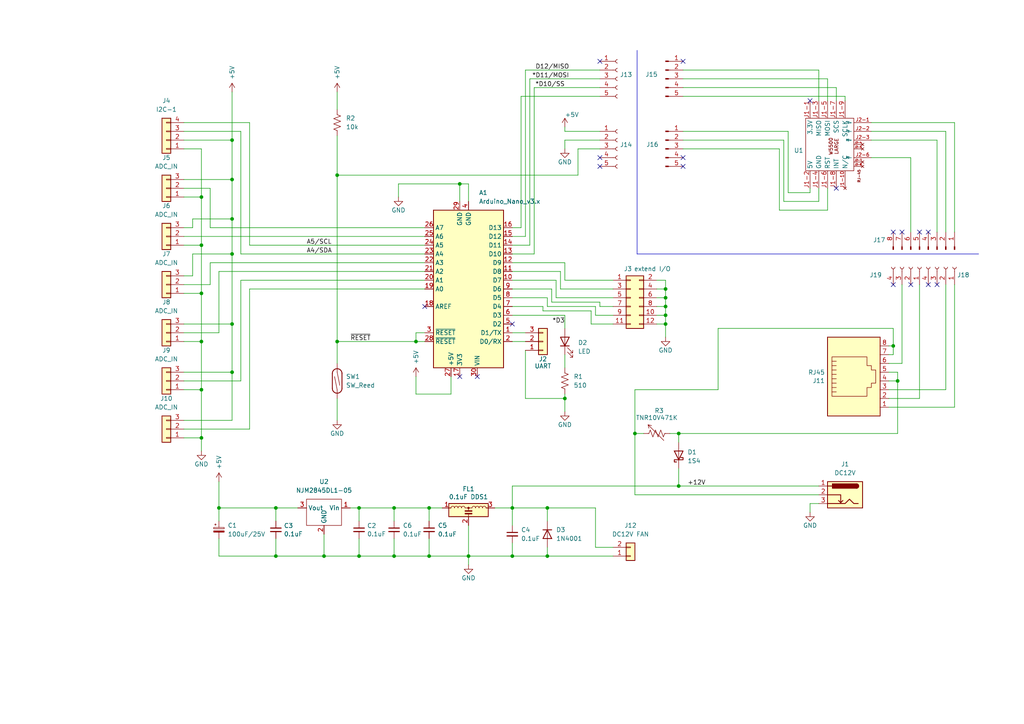
<source format=kicad_sch>
(kicad_sch (version 20231120) (generator "eeschema") (generator_version "8.0")
  (paper "A4")
  (title_block (title "M302N") (date "2025-02-26") (rev "0.01") (company "YS-Lab Masafumi Horimoto"))
  (lib_symbols
    (symbol "001-rescue:EMI_Filter_LCL-Device" (pin_names (offset 0.254) hide)
      (property "Reference" "FL" (at 0 6.985 0))
      (property "Value" "Device_EMI_Filter_LCL" (at 0 5.08 0))
      (symbol "EMI_Filter_LCL-Device_1_1"
        (pin passive line (at -7.62 2.54 0) (length 2.54) (name "1") (number "1"))
        (pin passive line (at 0 -2.54 90) (length 2.54) (name "2") (number "2"))
        (pin passive line (at 7.62 2.54 180) (length 2.54) (name "3") (number "3"))
      )
    )
    (symbol "Connector:Barrel_Jack_Switch_Pin3Ring" (pin_names hide)
      (property "Reference" "J" (at 0 5.334 0))
      (property "Value" "Barrel_Jack_Switch_Pin3Ring" (at 0 -5.08 0))
      (symbol "Barrel_Jack_Switch_Pin3Ring_1_1"
        (pin passive line (at 7.62 2.54 180) (length 2.54) (name "~") (number "1"))
        (pin passive line (at 7.62 0 180) (length 2.54) (name "~") (number "2"))
        (pin passive line (at 7.62 -2.54 180) (length 2.54) (name "~") (number "3"))
      )
    )
    (symbol "Connector:Conn_01x04_Socket" (pin_names (offset 1.016) hide)
      (property "Reference" "J" (at 0 5.08 0))
      (property "Value" "Conn_01x04_Socket" (at 0 -7.62 0))
      (symbol "Conn_01x04_Socket_1_1"
        (pin passive line (at -5.08 2.54 0) (length 3.81) (name "Pin_1") (number "1"))
        (pin passive line (at -5.08 0 0) (length 3.81) (name "Pin_2") (number "2"))
        (pin passive line (at -5.08 -2.54 0) (length 3.81) (name "Pin_3") (number "3"))
        (pin passive line (at -5.08 -5.08 0) (length 3.81) (name "Pin_4") (number "4"))
      )
    )
    (symbol "Connector:Conn_01x05_Pin" (pin_names (offset 1.016) hide)
      (property "Reference" "J" (at 0 7.62 0))
      (property "Value" "Conn_01x05_Pin" (at 0 -7.62 0))
      (symbol "Conn_01x05_Pin_1_1"
        (pin passive line (at 5.08 5.08 180) (length 3.81) (name "Pin_1") (number "1"))
        (pin passive line (at 5.08 2.54 180) (length 3.81) (name "Pin_2") (number "2"))
        (pin passive line (at 5.08 0 180) (length 3.81) (name "Pin_3") (number "3"))
        (pin passive line (at 5.08 -2.54 180) (length 3.81) (name "Pin_4") (number "4"))
        (pin passive line (at 5.08 -5.08 180) (length 3.81) (name "Pin_5") (number "5"))
      )
    )
    (symbol "Connector:Conn_01x05_Socket" (pin_names (offset 1.016) hide)
      (property "Reference" "J" (at 0 7.62 0))
      (property "Value" "Conn_01x05_Socket" (at 0 -7.62 0))
      (symbol "Conn_01x05_Socket_1_1"
        (pin passive line (at -5.08 5.08 0) (length 3.81) (name "Pin_1") (number "1"))
        (pin passive line (at -5.08 2.54 0) (length 3.81) (name "Pin_2") (number "2"))
        (pin passive line (at -5.08 0 0) (length 3.81) (name "Pin_3") (number "3"))
        (pin passive line (at -5.08 -2.54 0) (length 3.81) (name "Pin_4") (number "4"))
        (pin passive line (at -5.08 -5.08 0) (length 3.81) (name "Pin_5") (number "5"))
      )
    )
    (symbol "Connector:Conn_01x08_Pin" (pin_names (offset 1.016) hide)
      (property "Reference" "J" (at 0 10.16 0))
      (property "Value" "Conn_01x08_Pin" (at 0 -12.7 0))
      (symbol "Conn_01x08_Pin_1_1"
        (pin passive line (at 5.08 7.62 180) (length 3.81) (name "Pin_1") (number "1"))
        (pin passive line (at 5.08 5.08 180) (length 3.81) (name "Pin_2") (number "2"))
        (pin passive line (at 5.08 2.54 180) (length 3.81) (name "Pin_3") (number "3"))
        (pin passive line (at 5.08 0 180) (length 3.81) (name "Pin_4") (number "4"))
        (pin passive line (at 5.08 -2.54 180) (length 3.81) (name "Pin_5") (number "5"))
        (pin passive line (at 5.08 -5.08 180) (length 3.81) (name "Pin_6") (number "6"))
        (pin passive line (at 5.08 -7.62 180) (length 3.81) (name "Pin_7") (number "7"))
        (pin passive line (at 5.08 -10.16 180) (length 3.81) (name "Pin_8") (number "8"))
      )
    )
    (symbol "Connector:RJ45" (pin_names (offset 1.016))
      (property "Reference" "J" (at -5.08 13.97 0))
      (property "Value" "RJ45" (at 2.54 13.97 0))
      (symbol "RJ45_1_1"
        (pin passive line (at 10.16 -7.62 180) (length 2.54) (name "~") (number "1"))
        (pin passive line (at 10.16 -5.08 180) (length 2.54) (name "~") (number "2"))
        (pin passive line (at 10.16 -2.54 180) (length 2.54) (name "~") (number "3"))
        (pin passive line (at 10.16 0 180) (length 2.54) (name "~") (number "4"))
        (pin passive line (at 10.16 2.54 180) (length 2.54) (name "~") (number "5"))
        (pin passive line (at 10.16 5.08 180) (length 2.54) (name "~") (number "6"))
        (pin passive line (at 10.16 7.62 180) (length 2.54) (name "~") (number "7"))
        (pin passive line (at 10.16 10.16 180) (length 2.54) (name "~") (number "8"))
      )
    )
    (symbol "Connector_Generic:Conn_01x02" (pin_names (offset 1.016) hide)
      (property "Reference" "J" (at 0 2.54 0))
      (property "Value" "Conn_01x02" (at 0 -5.08 0))
      (symbol "Conn_01x02_1_1"
        (pin passive line (at -5.08 0 0) (length 3.81) (name "Pin_1") (number "1"))
        (pin passive line (at -5.08 -2.54 0) (length 3.81) (name "Pin_2") (number "2"))
      )
    )
    (symbol "Connector_Generic:Conn_01x03" (pin_names (offset 1.016) hide)
      (property "Reference" "J" (at 0 5.08 0))
      (property "Value" "Conn_01x03" (at 0 -5.08 0))
      (symbol "Conn_01x03_1_1"
        (pin passive line (at -5.08 2.54 0) (length 3.81) (name "Pin_1") (number "1"))
        (pin passive line (at -5.08 0 0) (length 3.81) (name "Pin_2") (number "2"))
        (pin passive line (at -5.08 -2.54 0) (length 3.81) (name "Pin_3") (number "3"))
      )
    )
    (symbol "Connector_Generic:Conn_01x04" (pin_names (offset 1.016) hide)
      (property "Reference" "J" (at 0 5.08 0))
      (property "Value" "Conn_01x04" (at 0 -7.62 0))
      (symbol "Conn_01x04_1_1"
        (pin passive line (at -5.08 2.54 0) (length 3.81) (name "Pin_1") (number "1"))
        (pin passive line (at -5.08 0 0) (length 3.81) (name "Pin_2") (number "2"))
        (pin passive line (at -5.08 -2.54 0) (length 3.81) (name "Pin_3") (number "3"))
        (pin passive line (at -5.08 -5.08 0) (length 3.81) (name "Pin_4") (number "4"))
      )
    )
    (symbol "Connector_Generic:Conn_02x06_Odd_Even" (pin_names (offset 1.016) hide)
      (property "Reference" "J" (at 1.27 7.62 0))
      (property "Value" "Conn_02x06_Odd_Even" (at 1.27 -10.16 0))
      (symbol "Conn_02x06_Odd_Even_1_1"
        (pin passive line (at -5.08 5.08 0) (length 3.81) (name "Pin_1") (number "1"))
        (pin passive line (at 7.62 -5.08 180) (length 3.81) (name "Pin_10") (number "10"))
        (pin passive line (at -5.08 -7.62 0) (length 3.81) (name "Pin_11") (number "11"))
        (pin passive line (at 7.62 -7.62 180) (length 3.81) (name "Pin_12") (number "12"))
        (pin passive line (at 7.62 5.08 180) (length 3.81) (name "Pin_2") (number "2"))
        (pin passive line (at -5.08 2.54 0) (length 3.81) (name "Pin_3") (number "3"))
        (pin passive line (at 7.62 2.54 180) (length 3.81) (name "Pin_4") (number "4"))
        (pin passive line (at -5.08 0 0) (length 3.81) (name "Pin_5") (number "5"))
        (pin passive line (at 7.62 0 180) (length 3.81) (name "Pin_6") (number "6"))
        (pin passive line (at -5.08 -2.54 0) (length 3.81) (name "Pin_7") (number "7"))
        (pin passive line (at 7.62 -2.54 180) (length 3.81) (name "Pin_8") (number "8"))
        (pin passive line (at -5.08 -5.08 0) (length 3.81) (name "Pin_9") (number "9"))
      )
    )
    (symbol "Device:C_Polarized_Small" (pin_numbers hide) (pin_names (offset 0.254) hide)
      (property "Reference" "C" (at 0.254 1.778 0))
      (property "Value" "C_Polarized_Small" (at 0.254 -2.032 0))
      (symbol "C_Polarized_Small_1_1"
        (pin passive line (at 0 2.54 270) (length 1.8542) (name "~") (number "1"))
        (pin passive line (at 0 -2.54 90) (length 1.8542) (name "~") (number "2"))
      )
    )
    (symbol "Device:C_Small" (pin_numbers hide) (pin_names (offset 0.254) hide)
      (property "Reference" "C" (at 0.254 1.778 0))
      (property "Value" "C_Small" (at 0.254 -2.032 0))
      (symbol "C_Small_1_1"
        (pin passive line (at 0 2.54 270) (length 2.032) (name "~") (number "1"))
        (pin passive line (at 0 -2.54 90) (length 2.032) (name "~") (number "2"))
      )
    )
    (symbol "Device:D_Schottky" (pin_numbers hide) (pin_names (offset 1.016) hide)
      (property "Reference" "D" (at 0 2.54 0))
      (property "Value" "D_Schottky" (at 0 -2.54 0))
      (symbol "D_Schottky_1_1"
        (pin passive line (at -3.81 0 0) (length 2.54) (name "K") (number "1"))
        (pin passive line (at 3.81 0 180) (length 2.54) (name "A") (number "2"))
      )
    )
    (symbol "Device:LED" (pin_numbers hide) (pin_names (offset 1.016) hide)
      (property "Reference" "D" (at 0 2.54 0))
      (property "Value" "LED" (at 0 -2.54 0))
      (symbol "LED_1_1"
        (pin passive line (at -3.81 0 0) (length 2.54) (name "K") (number "1"))
        (pin passive line (at 3.81 0 180) (length 2.54) (name "A") (number "2"))
      )
    )
    (symbol "Device:R_US" (pin_numbers hide) (pin_names (offset 0))
      (property "Reference" "R" (at 2.54 0 90))
      (property "Value" "R_US" (at -2.54 0 90))
      (symbol "R_US_1_1"
        (pin passive line (at 0 3.81 270) (length 1.27) (name "~") (number "1"))
        (pin passive line (at 0 -3.81 90) (length 1.27) (name "~") (number "2"))
      )
    )
    (symbol "Device:R_Variable_US" (pin_numbers hide) (pin_names (offset 0))
      (property "Reference" "R" (at 2.54 -2.54 90))
      (property "Value" "R_Variable_US" (at -2.54 -1.27 90))
      (symbol "R_Variable_US_1_1"
        (pin passive line (at 0 3.81 270) (length 1.27) (name "~") (number "1"))
        (pin passive line (at 0 -3.81 90) (length 1.27) (name "~") (number "2"))
      )
    )
    (symbol "Diode:1N4001" (pin_numbers hide) (pin_names hide)
      (property "Reference" "D" (at 0 2.54 0))
      (property "Value" "1N4001" (at 0 -2.54 0))
      (symbol "1N4001_1_1"
        (pin passive line (at -3.81 0 0) (length 2.54) (name "K") (number "1"))
        (pin passive line (at 3.81 0 180) (length 2.54) (name "A") (number "2"))
      )
    )
    (symbol "MCU_Module:Arduino_Nano_v3.x"
      (property "Reference" "A" (at -10.16 23.495 0))
      (property "Value" "Arduino_Nano_v3.x" (at 5.08 -24.13 0))
      (symbol "Arduino_Nano_v3.x_1_1"
        (pin bidirectional line (at -12.7 12.7 0) (length 2.54) (name "D1/TX") (number "1"))
        (pin bidirectional line (at -12.7 -2.54 0) (length 2.54) (name "D7") (number "10"))
        (pin bidirectional line (at -12.7 -5.08 0) (length 2.54) (name "D8") (number "11"))
        (pin bidirectional line (at -12.7 -7.62 0) (length 2.54) (name "D9") (number "12"))
        (pin bidirectional line (at -12.7 -10.16 0) (length 2.54) (name "D10") (number "13"))
        (pin bidirectional line (at -12.7 -12.7 0) (length 2.54) (name "D11") (number "14"))
        (pin bidirectional line (at -12.7 -15.24 0) (length 2.54) (name "D12") (number "15"))
        (pin bidirectional line (at -12.7 -17.78 0) (length 2.54) (name "D13") (number "16"))
        (pin power_out line (at 2.54 25.4 270) (length 2.54) (name "3V3") (number "17"))
        (pin input line (at 12.7 5.08 180) (length 2.54) (name "AREF") (number "18"))
        (pin bidirectional line (at 12.7 0 180) (length 2.54) (name "A0") (number "19"))
        (pin bidirectional line (at -12.7 15.24 0) (length 2.54) (name "D0/RX") (number "2"))
        (pin bidirectional line (at 12.7 -2.54 180) (length 2.54) (name "A1") (number "20"))
        (pin bidirectional line (at 12.7 -5.08 180) (length 2.54) (name "A2") (number "21"))
        (pin bidirectional line (at 12.7 -7.62 180) (length 2.54) (name "A3") (number "22"))
        (pin bidirectional line (at 12.7 -10.16 180) (length 2.54) (name "A4") (number "23"))
        (pin bidirectional line (at 12.7 -12.7 180) (length 2.54) (name "A5") (number "24"))
        (pin bidirectional line (at 12.7 -15.24 180) (length 2.54) (name "A6") (number "25"))
        (pin bidirectional line (at 12.7 -17.78 180) (length 2.54) (name "A7") (number "26"))
        (pin power_out line (at 5.08 25.4 270) (length 2.54) (name "+5V") (number "27"))
        (pin input line (at 12.7 15.24 180) (length 2.54) (name "~{RESET}") (number "28"))
        (pin power_in line (at 2.54 -25.4 90) (length 2.54) (name "GND") (number "29"))
        (pin input line (at 12.7 12.7 180) (length 2.54) (name "~{RESET}") (number "3"))
        (pin power_in line (at -2.54 25.4 270) (length 2.54) (name "VIN") (number "30"))
        (pin power_in line (at 0 -25.4 90) (length 2.54) (name "GND") (number "4"))
        (pin bidirectional line (at -12.7 10.16 0) (length 2.54) (name "D2") (number "5"))
        (pin bidirectional line (at -12.7 7.62 0) (length 2.54) (name "D3") (number "6"))
        (pin bidirectional line (at -12.7 5.08 0) (length 2.54) (name "D4") (number "7"))
        (pin bidirectional line (at -12.7 2.54 0) (length 2.54) (name "D5") (number "8"))
        (pin bidirectional line (at -12.7 0 0) (length 2.54) (name "D6") (number "9"))
      )
    )
    (symbol "Switch:SW_Reed" (pin_numbers hide) (pin_names (offset 0) hide)
      (property "Reference" "SW" (at 0 2.54 0))
      (property "Value" "SW_Reed" (at 0 -2.54 0))
      (symbol "SW_Reed_1_1"
        (pin passive line (at -5.08 0 0) (length 2.54) (name "1") (number "1"))
        (pin passive line (at 5.08 0 180) (length 2.54) (name "2") (number "2"))
      )
    )
    (symbol "holly:NJM2845DL1"
      (property "Reference" "U" (at 0 0 0))
      (property "Value" "NJM2845DL1" (at 0 0 0))
      (symbol "NJM2845DL1_1_1"
        (pin power_in line (at -7.62 -3.81 0) (length 2.54) (name "Vin") (number "1"))
        (pin bidirectional line (at 0 -11.43 90) (length 2.54) (name "GND") (number "2"))
        (pin power_out line (at 7.62 -3.81 180) (length 2.54) (name "Vout") (number "3"))
      )
    )
    (symbol "holly:W5500LARGE"
      (property "Reference" "U" (at 0 0 0))
      (symbol "W5500LARGE_1_1"
        (text "RJ-45" (at 9.144 -16.764 0) (effects (font (size 0.762 0.762))))
        (text "W5500\nLARGE" (at 0.508 -9.398 0) (effects (font (size 1.016 1.016))))
        (pin power_in line (at -12.7 -2.54 0) (length 5.08) (name "3.3V") (number "J1-1"))
        (pin no_connect line (at 12.7 -12.7 180) (length 5.08) (name "N/C") (number "J1-10"))
        (pin power_in line (at 12.7 -2.54 180) (length 5.08) (name "5V") (number "J1-2"))
        (pin free line (at -12.7 -5.08 0) (length 5.08) (name "MISO") (number "J1-3"))
        (pin free line (at 12.7 -5.08 180) (length 5.08) (name "GND") (number "J1-4"))
        (pin free line (at -12.7 -7.62 0) (length 5.08) (name "MOSI") (number "J1-5"))
        (pin free line (at 12.7 -7.62 180) (length 5.08) (name "RST") (number "J1-6"))
        (pin free line (at -12.7 -10.16 0) (length 5.08) (name "SCS") (number "J1-7"))
        (pin output line (at 12.7 -10.16 180) (length 5.08) (name "INT") (number "J1-8"))
        (pin free line (at -12.7 -12.7 0) (length 5.08) (name "SCLK") (number "J1-9"))
        (pin free line (at -6.35 -20.32 90) (length 5.08) (name "TD+") (number "J2-1"))
        (pin free line (at -3.81 -20.32 90) (length 5.08) (name "TD-") (number "J2-2"))
        (pin free line (at -1.27 -20.32 90) (length 5.08) (name "RD+") (number "J2-3"))
        (pin no_connect line (at 0 -17.78 90) (length 2.54) (name "") (number "J2-4"))
        (pin no_connect line (at 1.27 -17.78 90) (length 2.54) (name "") (number "J2-5"))
        (pin free line (at 3.81 -20.32 90) (length 5.08) (name "RD-") (number "J2-6"))
        (pin no_connect line (at 5.08 -17.78 90) (length 2.54) (name "") (number "J2-7"))
        (pin no_connect line (at 6.35 -17.78 90) (length 2.54) (name "") (number "J2-8"))
      )
    )
    (symbol "power:+5V" (power) (pin_names (offset 0))
      (property "Value" "+5V" (at 0 3.556 0))
      (symbol "+5V_1_1"
        (pin power_in line (at 0 0 90) (length 0) hide (name "+5V") (number "1"))
      )
    )
    (symbol "power:GND" (power) (pin_names (offset 0))
      (property "Value" "GND" (at 0 -3.81 0))
      (symbol "GND_1_1"
        (pin power_in line (at 0 0 270) (length 0) hide (name "GND") (number "1"))
      )
    )
  )
  (junction (at 193.04 93.98))
  (junction (at 93.98 161.29))
  (junction (at 120.65 99.06))
  (junction (at 135.89 161.29))
  (junction (at 67.31 40.64))
  (junction (at 80.01 161.29))
  (junction (at 58.42 71.12))
  (junction (at 158.75 147.32))
  (junction (at 184.15 125.73))
  (junction (at 148.59 147.32))
  (junction (at 196.85 125.73))
  (junction (at 80.01 147.32))
  (junction (at 133.35 53.34))
  (junction (at 158.75 161.29))
  (junction (at 67.31 52.07))
  (junction (at 104.14 161.29))
  (junction (at 67.31 63.5))
  (junction (at 58.42 127))
  (junction (at 196.85 140.97))
  (junction (at 67.31 73.66))
  (junction (at 148.59 161.29))
  (junction (at 193.04 86.36))
  (junction (at 97.79 50.8))
  (junction (at 58.42 113.03))
  (junction (at 114.3 147.32))
  (junction (at 260.35 110.49))
  (junction (at 97.79 99.06))
  (junction (at 67.31 93.98))
  (junction (at 114.3 161.29))
  (junction (at 58.42 99.06))
  (junction (at 193.04 88.9))
  (junction (at 67.31 107.95))
  (junction (at 58.42 85.09))
  (junction (at 63.5 147.32))
  (junction (at 259.08 100.33))
  (junction (at 104.14 147.32))
  (junction (at 163.83 115.57))
  (junction (at 58.42 57.15))
  (junction (at 193.04 83.82))
  (junction (at 124.46 147.32))
  (junction (at 124.46 161.29))
  (junction (at 193.04 91.44))
  (no_connect (at 133.35 109.22))
  (no_connect (at 269.24 82.55))
  (no_connect (at 173.99 45.72))
  (no_connect (at 261.62 67.31))
  (no_connect (at 198.12 45.72))
  (no_connect (at 259.08 67.31))
  (no_connect (at 173.99 48.26))
  (no_connect (at 123.19 88.9))
  (no_connect (at 173.99 17.78))
  (no_connect (at 138.43 109.22))
  (no_connect (at 148.59 93.98))
  (no_connect (at 234.95 29.21))
  (no_connect (at 242.57 54.61))
  (no_connect (at 198.12 48.26))
  (no_connect (at 271.78 82.55))
  (no_connect (at 266.7 67.31))
  (no_connect (at 264.16 82.55))
  (no_connect (at 198.12 17.78))
  (no_connect (at 259.08 82.55))
  (no_connect (at 269.24 67.31))
  (wire (pts (xy 264.16 45.72) (xy 252.73 45.72)))
  (wire (pts (xy 198.12 38.1) (xy 228.6 38.1)))
  (wire (pts (xy 135.89 161.29) (xy 135.89 163.83)))
  (wire (pts (xy 80.01 147.32) (xy 80.01 151.13)))
  (wire (pts (xy 151.13 66.04) (xy 148.59 66.04)))
  (wire (pts (xy 53.34 68.58) (xy 123.19 68.58)))
  (wire (pts (xy 160.02 87.63) (xy 173.99 87.63)))
  (wire (pts (xy 93.98 154.94) (xy 93.98 161.29)))
  (wire (pts (xy 151.13 66.04) (xy 151.13 27.94)))
  (wire (pts (xy 193.04 83.82) (xy 193.04 86.36)))
  (wire (pts (xy 53.34 82.55) (xy 60.96 82.55)))
  (wire (pts (xy 115.57 53.34) (xy 133.35 53.34)))
  (wire (pts (xy 163.83 114.3) (xy 163.83 115.57)))
  (wire (pts (xy 133.35 53.34) (xy 135.89 53.34)))
  (wire (pts (xy 154.94 73.66) (xy 154.94 25.4)))
  (wire (pts (xy 67.31 107.95) (xy 67.31 121.92)))
  (wire (pts (xy 172.72 88.9) (xy 172.72 91.44)))
  (wire (pts (xy 198.12 27.94) (xy 245.11 27.94)))
  (wire (pts (xy 154.94 25.4) (xy 173.99 25.4)))
  (wire (pts (xy 101.6 147.32) (xy 104.14 147.32)))
  (wire (pts (xy 198.12 25.4) (xy 242.57 25.4)))
  (wire (pts (xy 69.85 38.1) (xy 53.34 38.1)))
  (wire (pts (xy 158.75 88.9) (xy 172.72 88.9)))
  (wire (pts (xy 151.13 27.94) (xy 173.99 27.94)))
  (wire (pts (xy 252.73 40.64) (xy 271.78 40.64)))
  (wire (pts (xy 259.08 100.33) (xy 259.08 102.87)))
  (wire (pts (xy 135.89 152.4) (xy 135.89 161.29)))
  (wire (pts (xy 173.99 87.63) (xy 173.99 88.9)))
  (wire (pts (xy 271.78 40.64) (xy 271.78 67.31)))
  (wire (pts (xy 152.4 101.6) (xy 152.4 115.57)))
  (wire (pts (xy 227.33 58.42) (xy 227.33 40.64)))
  (wire (pts (xy 60.96 66.04) (xy 123.19 66.04)))
  (wire (pts (xy 261.62 82.55) (xy 261.62 105.41)))
  (polyline (pts (xy 184.785 73.66) (xy 283.845 73.66)))
  (wire (pts (xy 115.57 57.15) (xy 115.57 53.34)))
  (wire (pts (xy 114.3 161.29) (xy 124.46 161.29)))
  (wire (pts (xy 53.34 110.49) (xy 69.85 110.49)))
  (wire (pts (xy 114.3 156.21) (xy 114.3 161.29)))
  (wire (pts (xy 72.39 35.56) (xy 72.39 71.12)))
  (wire (pts (xy 104.14 161.29) (xy 93.98 161.29)))
  (wire (pts (xy 193.04 91.44) (xy 193.04 93.98)))
  (wire (pts (xy 133.35 53.34) (xy 133.35 58.42)))
  (wire (pts (xy 97.79 115.57) (xy 97.79 121.92)))
  (wire (pts (xy 148.59 157.48) (xy 148.59 161.29)))
  (wire (pts (xy 252.73 35.56) (xy 276.86 35.56)))
  (wire (pts (xy 123.19 96.52) (xy 120.65 96.52)))
  (wire (pts (xy 261.62 105.41) (xy 257.81 105.41)))
  (wire (pts (xy 97.79 26.67) (xy 97.79 31.75)))
  (wire (pts (xy 67.31 40.64) (xy 67.31 26.67)))
  (wire (pts (xy 148.59 73.66) (xy 154.94 73.66)))
  (wire (pts (xy 53.34 40.64) (xy 67.31 40.64)))
  (wire (pts (xy 158.75 161.29) (xy 177.8 161.29)))
  (wire (pts (xy 163.83 38.1) (xy 173.99 38.1)))
  (wire (pts (xy 60.96 82.55) (xy 60.96 76.2)))
  (wire (pts (xy 104.14 161.29) (xy 114.3 161.29)))
  (wire (pts (xy 240.03 54.61) (xy 240.03 60.96)))
  (wire (pts (xy 173.99 40.64) (xy 163.83 40.64)))
  (wire (pts (xy 53.34 57.15) (xy 58.42 57.15)))
  (wire (pts (xy 58.42 71.12) (xy 58.42 85.09)))
  (wire (pts (xy 55.88 80.01) (xy 55.88 73.66)))
  (wire (pts (xy 124.46 147.32) (xy 128.27 147.32)))
  (wire (pts (xy 53.34 85.09) (xy 58.42 85.09)))
  (wire (pts (xy 53.34 124.46) (xy 72.39 124.46)))
  (wire (pts (xy 158.75 147.32) (xy 158.75 151.13)))
  (wire (pts (xy 234.95 55.88) (xy 234.95 54.61)))
  (wire (pts (xy 148.59 86.36) (xy 158.75 86.36)))
  (wire (pts (xy 237.49 54.61) (xy 237.49 58.42)))
  (wire (pts (xy 237.49 29.21) (xy 237.49 20.32)))
  (wire (pts (xy 53.34 71.12) (xy 58.42 71.12)))
  (wire (pts (xy 163.83 102.87) (xy 163.83 106.68)))
  (wire (pts (xy 148.59 88.9) (xy 157.48 88.9)))
  (wire (pts (xy 162.56 78.74) (xy 162.56 83.82)))
  (wire (pts (xy 58.42 127) (xy 58.42 130.81)))
  (wire (pts (xy 80.01 147.32) (xy 63.5 147.32)))
  (wire (pts (xy 173.99 43.18) (xy 167.64 43.18)))
  (wire (pts (xy 148.59 76.2) (xy 163.83 76.2)))
  (wire (pts (xy 226.06 43.18) (xy 226.06 60.96)))
  (wire (pts (xy 97.79 99.06) (xy 120.65 99.06)))
  (wire (pts (xy 60.96 76.2) (xy 123.19 76.2)))
  (wire (pts (xy 53.34 113.03) (xy 58.42 113.03)))
  (wire (pts (xy 274.32 113.03) (xy 274.32 82.55)))
  (wire (pts (xy 237.49 58.42) (xy 227.33 58.42)))
  (wire (pts (xy 158.75 158.75) (xy 158.75 161.29)))
  (wire (pts (xy 194.31 125.73) (xy 196.85 125.73)))
  (wire (pts (xy 86.36 147.32) (xy 80.01 147.32)))
  (wire (pts (xy 148.59 99.06) (xy 152.4 99.06)))
  (wire (pts (xy 53.34 80.01) (xy 55.88 80.01)))
  (wire (pts (xy 120.65 99.06) (xy 123.19 99.06)))
  (wire (pts (xy 55.88 63.5) (xy 67.31 63.5)))
  (wire (pts (xy 153.67 71.12) (xy 153.67 22.86)))
  (wire (pts (xy 135.89 53.34) (xy 135.89 58.42)))
  (wire (pts (xy 104.14 147.32) (xy 104.14 151.13)))
  (wire (pts (xy 172.72 147.32) (xy 172.72 158.75)))
  (wire (pts (xy 227.33 40.64) (xy 198.12 40.64)))
  (wire (pts (xy 242.57 25.4) (xy 242.57 29.21)))
  (wire (pts (xy 69.85 81.28) (xy 123.19 81.28)))
  (wire (pts (xy 69.85 110.49) (xy 69.85 81.28)))
  (wire (pts (xy 259.08 102.87) (xy 257.81 102.87)))
  (wire (pts (xy 171.45 93.98) (xy 177.8 93.98)))
  (wire (pts (xy 266.7 115.57) (xy 266.7 82.55)))
  (wire (pts (xy 63.5 161.29) (xy 80.01 161.29)))
  (wire (pts (xy 72.39 124.46) (xy 72.39 83.82)))
  (wire (pts (xy 67.31 52.07) (xy 67.31 63.5)))
  (wire (pts (xy 130.81 114.3) (xy 130.81 109.22)))
  (wire (pts (xy 234.95 146.05) (xy 234.95 148.59)))
  (wire (pts (xy 55.88 66.04) (xy 55.88 63.5)))
  (wire (pts (xy 228.6 55.88) (xy 234.95 55.88)))
  (wire (pts (xy 143.51 147.32) (xy 148.59 147.32)))
  (wire (pts (xy 120.65 114.3) (xy 120.65 109.22)))
  (wire (pts (xy 163.83 38.1) (xy 163.83 36.83)))
  (wire (pts (xy 259.08 95.25) (xy 208.28 95.25)))
  (wire (pts (xy 196.85 125.73) (xy 196.85 128.27)))
  (wire (pts (xy 120.65 96.52) (xy 120.65 99.06)))
  (wire (pts (xy 58.42 57.15) (xy 58.42 71.12)))
  (wire (pts (xy 184.15 113.03) (xy 184.15 125.73)))
  (wire (pts (xy 148.59 161.29) (xy 158.75 161.29)))
  (wire (pts (xy 196.85 135.89) (xy 196.85 140.97)))
  (polyline (pts (xy 184.785 14.605) (xy 184.785 73.66)))
  (wire (pts (xy 53.34 43.18) (xy 58.42 43.18)))
  (wire (pts (xy 163.83 91.44) (xy 163.83 95.25)))
  (wire (pts (xy 124.46 147.32) (xy 124.46 151.13)))
  (wire (pts (xy 193.04 86.36) (xy 193.04 88.9)))
  (wire (pts (xy 58.42 127) (xy 53.34 127)))
  (wire (pts (xy 163.83 40.64) (xy 163.83 43.18)))
  (wire (pts (xy 124.46 156.21) (xy 124.46 161.29)))
  (wire (pts (xy 276.86 118.11) (xy 257.81 118.11)))
  (wire (pts (xy 60.96 54.61) (xy 60.96 66.04)))
  (wire (pts (xy 161.29 81.28) (xy 161.29 86.36)))
  (wire (pts (xy 237.49 146.05) (xy 234.95 146.05)))
  (wire (pts (xy 114.3 147.32) (xy 104.14 147.32)))
  (wire (pts (xy 240.03 22.86) (xy 240.03 29.21)))
  (wire (pts (xy 67.31 40.64) (xy 67.31 52.07)))
  (wire (pts (xy 257.81 100.33) (xy 259.08 100.33)))
  (wire (pts (xy 184.15 125.73) (xy 184.15 143.51)))
  (wire (pts (xy 226.06 43.18) (xy 198.12 43.18)))
  (wire (pts (xy 163.83 81.28) (xy 177.8 81.28)))
  (wire (pts (xy 153.67 22.86) (xy 173.99 22.86)))
  (wire (pts (xy 67.31 73.66) (xy 67.31 93.98)))
  (wire (pts (xy 148.59 147.32) (xy 158.75 147.32)))
  (wire (pts (xy 173.99 88.9) (xy 177.8 88.9)))
  (wire (pts (xy 259.08 95.25) (xy 259.08 100.33)))
  (wire (pts (xy 80.01 161.29) (xy 80.01 156.21)))
  (wire (pts (xy 163.83 76.2) (xy 163.83 81.28)))
  (wire (pts (xy 53.34 96.52) (xy 63.5 96.52)))
  (wire (pts (xy 124.46 161.29) (xy 135.89 161.29)))
  (wire (pts (xy 53.34 99.06) (xy 58.42 99.06)))
  (wire (pts (xy 63.5 156.21) (xy 63.5 161.29)))
  (wire (pts (xy 148.59 83.82) (xy 160.02 83.82)))
  (wire (pts (xy 97.79 50.8) (xy 167.64 50.8)))
  (wire (pts (xy 69.85 38.1) (xy 69.85 73.66)))
  (wire (pts (xy 171.45 90.17) (xy 171.45 93.98)))
  (wire (pts (xy 193.04 88.9) (xy 193.04 91.44)))
  (wire (pts (xy 114.3 147.32) (xy 114.3 151.13)))
  (wire (pts (xy 157.48 88.9) (xy 157.48 90.17)))
  (wire (pts (xy 257.81 115.57) (xy 266.7 115.57)))
  (wire (pts (xy 257.81 113.03) (xy 274.32 113.03)))
  (wire (pts (xy 148.59 91.44) (xy 163.83 91.44)))
  (wire (pts (xy 240.03 22.86) (xy 198.12 22.86)))
  (wire (pts (xy 63.5 147.32) (xy 63.5 151.13)))
  (wire (pts (xy 114.3 147.32) (xy 124.46 147.32)))
  (wire (pts (xy 260.35 110.49) (xy 260.35 107.95)))
  (wire (pts (xy 184.15 113.03) (xy 208.28 113.03)))
  (wire (pts (xy 237.49 20.32) (xy 198.12 20.32)))
  (wire (pts (xy 97.79 39.37) (xy 97.79 50.8)))
  (wire (pts (xy 184.15 143.51) (xy 237.49 143.51)))
  (wire (pts (xy 104.14 156.21) (xy 104.14 161.29)))
  (wire (pts (xy 172.72 91.44) (xy 177.8 91.44)))
  (wire (pts (xy 53.34 52.07) (xy 67.31 52.07)))
  (wire (pts (xy 245.11 27.94) (xy 245.11 29.21)))
  (wire (pts (xy 152.4 115.57) (xy 163.83 115.57)))
  (wire (pts (xy 58.42 43.18) (xy 58.42 57.15)))
  (wire (pts (xy 58.42 113.03) (xy 58.42 127)))
  (wire (pts (xy 63.5 139.7) (xy 63.5 147.32)))
  (wire (pts (xy 228.6 38.1) (xy 228.6 55.88)))
  (wire (pts (xy 152.4 20.32) (xy 173.99 20.32)))
  (wire (pts (xy 226.06 60.96) (xy 240.03 60.96)))
  (wire (pts (xy 208.28 95.25) (xy 208.28 113.03)))
  (wire (pts (xy 97.79 99.06) (xy 97.79 50.8)))
  (wire (pts (xy 196.85 140.97) (xy 148.59 140.97)))
  (wire (pts (xy 58.42 85.09) (xy 58.42 99.06)))
  (wire (pts (xy 190.5 91.44) (xy 193.04 91.44)))
  (wire (pts (xy 67.31 93.98) (xy 67.31 107.95)))
  (wire (pts (xy 157.48 90.17) (xy 171.45 90.17)))
  (wire (pts (xy 257.81 110.49) (xy 260.35 110.49)))
  (wire (pts (xy 67.31 63.5) (xy 67.31 73.66)))
  (wire (pts (xy 58.42 99.06) (xy 58.42 113.03)))
  (wire (pts (xy 148.59 140.97) (xy 148.59 147.32)))
  (wire (pts (xy 196.85 125.73) (xy 260.35 125.73)))
  (wire (pts (xy 163.83 115.57) (xy 163.83 119.38)))
  (wire (pts (xy 152.4 68.58) (xy 152.4 20.32)))
  (wire (pts (xy 148.59 68.58) (xy 152.4 68.58)))
  (wire (pts (xy 55.88 73.66) (xy 67.31 73.66)))
  (wire (pts (xy 276.86 35.56) (xy 276.86 67.31)))
  (wire (pts (xy 53.34 66.04) (xy 55.88 66.04)))
  (wire (pts (xy 97.79 99.06) (xy 97.79 105.41)))
  (wire (pts (xy 257.81 107.95) (xy 260.35 107.95)))
  (wire (pts (xy 69.85 73.66) (xy 123.19 73.66)))
  (wire (pts (xy 53.34 93.98) (xy 67.31 93.98)))
  (wire (pts (xy 190.5 81.28) (xy 193.04 81.28)))
  (wire (pts (xy 274.32 38.1) (xy 252.73 38.1)))
  (wire (pts (xy 148.59 78.74) (xy 162.56 78.74)))
  (wire (pts (xy 190.5 86.36) (xy 193.04 86.36)))
  (wire (pts (xy 264.16 67.31) (xy 264.16 45.72)))
  (wire (pts (xy 72.39 83.82) (xy 123.19 83.82)))
  (wire (pts (xy 135.89 161.29) (xy 148.59 161.29)))
  (wire (pts (xy 190.5 88.9) (xy 193.04 88.9)))
  (wire (pts (xy 190.5 83.82) (xy 193.04 83.82)))
  (wire (pts (xy 72.39 35.56) (xy 53.34 35.56)))
  (wire (pts (xy 193.04 93.98) (xy 193.04 97.79)))
  (wire (pts (xy 276.86 82.55) (xy 276.86 118.11)))
  (wire (pts (xy 53.34 107.95) (xy 67.31 107.95)))
  (wire (pts (xy 130.81 114.3) (xy 120.65 114.3)))
  (wire (pts (xy 160.02 83.82) (xy 160.02 87.63)))
  (wire (pts (xy 274.32 67.31) (xy 274.32 38.1)))
  (wire (pts (xy 158.75 86.36) (xy 158.75 88.9)))
  (wire (pts (xy 167.64 43.18) (xy 167.64 50.8)))
  (wire (pts (xy 148.59 147.32) (xy 148.59 152.4)))
  (wire (pts (xy 72.39 71.12) (xy 123.19 71.12)))
  (wire (pts (xy 158.75 147.32) (xy 172.72 147.32)))
  (wire (pts (xy 161.29 86.36) (xy 177.8 86.36)))
  (wire (pts (xy 148.59 81.28) (xy 161.29 81.28)))
  (wire (pts (xy 193.04 81.28) (xy 193.04 83.82)))
  (wire (pts (xy 53.34 54.61) (xy 60.96 54.61)))
  (wire (pts (xy 184.15 125.73) (xy 186.69 125.73)))
  (wire (pts (xy 260.35 125.73) (xy 260.35 110.49)))
  (wire (pts (xy 80.01 161.29) (xy 93.98 161.29)))
  (wire (pts (xy 190.5 93.98) (xy 193.04 93.98)))
  (wire (pts (xy 53.34 121.92) (xy 67.31 121.92)))
  (wire (pts (xy 172.72 158.75) (xy 177.8 158.75)))
  (wire (pts (xy 148.59 96.52) (xy 152.4 96.52)))
  (wire (pts (xy 196.85 140.97) (xy 237.49 140.97)))
  (wire (pts (xy 63.5 78.74) (xy 123.19 78.74)))
  (wire (pts (xy 63.5 96.52) (xy 63.5 78.74)))
  (wire (pts (xy 162.56 83.82) (xy 177.8 83.82)))
  (wire (pts (xy 148.59 71.12) (xy 153.67 71.12)))
  (label "+12V" (at 199.39 140.97 0))
  (label "*D11{slash}MOSI" (at 165.1 22.86 180))
  (label "A4{slash}SDA" (at 88.9 73.66 0))
  (label "A5{slash}SCL" (at 88.9 71.12 0))
  (label "~{RESET}" (at 101.6 99.06 0))
  (label "*D3" (at 163.83 93.98 180))
  (label "*D10{slash}SS" (at 163.83 25.4 180))
  (label "D12{slash}MISO" (at 165.1 20.32 180))
  (symbol (lib_id "Device:LED") (at 163.83 99.06 90) (unit 1)
    (property "Reference" "D2" (at 167.64 99.3774 90) (effects (justify right)))
    (property "Value" "LED" (at 167.64 101.9174 90) (effects (justify right)))
    (property "Footprint" "LED_THT:LED_D3.0mm" (effects (hide yes)))
    (property "Description" "Light emitting diode" (effects (hide yes)))
  )
  (symbol (lib_id "Connector:Conn_01x05_Socket") (at 179.07 22.86 0) (unit 1)
    (property "Reference" "J13" (at 179.7812 21.6478 0) (effects (justify left)))
    (property "Value" "Conn_01x05_Socket" (effects (hide yes)))
    (property "Footprint" "Connector_PinSocket_2.54mm:PinSocket_1x05_P2.54mm_Vertical" (effects (hide yes)))
    (property "Description" "Generic connector, single row, 01x05, script generated" (effects (hide yes)))
  )
  (symbol (lib_id "Device:D_Schottky") (at 196.85 132.08 90) (unit 1)
    (property "Reference" "D1" (at 199.39 131.1274 90) (effects (justify right)))
    (property "Value" "1S4" (at 199.39 133.6674 90) (effects (justify right)))
    (property "Footprint" "Resistor_THT:R_Axial_DIN0204_L3.6mm_D1.6mm_P5.08mm_Horizontal" (effects (hide yes)))
    (property "Description" "Schottky diode" (effects (hide yes)))
  )
  (symbol (lib_id "Connector:Conn_01x05_Pin") (at 193.04 43.18 0) (unit 1) (on_board no)
    (property "Reference" "J16" (at 189.23 41.91 0))
    (property "Value" "Conn_01x05_Pin" (effects (hide yes)))
    (property "Description" "Generic connector, single row, 01x05, script generated" (effects (hide yes)))
  )
  (symbol (lib_id "power:GND") (at 163.83 43.18 0) (unit 1)
    (property "Reference" "#PWR107" (effects (hide yes)))
    (property "Value" "GND" (at 163.83 46.99 0))
  )
  (symbol (lib_id "power:GND") (at 163.83 119.38 0) (unit 1)
    (property "Reference" "#PWR2" (effects (hide yes)))
    (property "Value" "GND" (at 163.83 123.19 0))
  )
  (symbol (lib_id "Connector_Generic:Conn_01x03") (at 48.26 54.61 180) (unit 1)
    (property "Reference" "J5" (at 48.26 45.72 0))
    (property "Value" "ADC_IN" (at 48.26 48.26 0))
    (property "Footprint" "Connector_JST:JST_XH_S3B-XH-A_1x03_P2.50mm_Horizontal" (effects (hide yes)))
    (property "Description" "Generic connector, single row, 01x03, script generated (kicad-library-utils/schlib/autogen/connector/)" (effects (hide yes)))
  )
  (symbol (lib_id "Connector_Generic:Conn_01x03") (at 48.26 82.55 180) (unit 1) (on_board no)
    (property "Reference" "J7" (at 48.26 73.66 0))
    (property "Value" "ADC_IN" (at 48.26 76.2 0))
    (property "Footprint" "Connector_JST:JST_XH_B3B-XH-A_1x03_P2.50mm_Vertical" (effects (hide yes)))
    (property "Description" "Generic connector, single row, 01x03, script generated (kicad-library-utils/schlib/autogen/connector/)" (effects (hide yes)))
  )
  (symbol (lib_id "power:GND") (at 135.89 163.83 0) (unit 1)
    (property "Reference" "#PWR115" (effects (hide yes)))
    (property "Value" "GND" (at 135.89 167.64 0))
  )
  (symbol (lib_id "Device:R_Variable_US") (at 190.5 125.73 90) (unit 1)
    (property "Reference" "R3" (at 192.532 119.126 90) (effects (justify left)))
    (property "Value" "TNR10V471K" (at 196.596 121.158 90) (effects (justify left)))
    (property "Footprint" "Varistor:RV_Disc_D12mm_W3.9mm_P7.5mm" (effects (hide yes)))
    (property "Description" "Variable resistor, US symbol" (effects (hide yes)))
  )
  (symbol (lib_id "power:+5V") (at 163.83 36.83 0) (unit 1)
    (property "Reference" "#PWR106" (effects (hide yes)))
    (property "Value" "+5V" (at 163.83 33.274 0) (effects (justify left)))
  )
  (symbol (lib_id "Device:C_Polarized_Small") (at 63.5 153.67 0) (unit 1)
    (property "Reference" "C1" (at 66.04 152.4 0) (effects (justify left)))
    (property "Value" "100uF/25V" (at 66.04 154.94 0) (effects (justify left)))
    (property "Footprint" "Capacitor_THT:C_Radial_D5.0mm_H11.0mm_P2.00mm" (effects (hide yes)))
    (property "Description" "Polarized capacitor, small symbol" (effects (hide yes)))
  )
  (symbol (lib_id "Connector:Conn_01x08_Pin") (at 269.24 72.39 270) (mirror x) (unit 1) (on_board no)
    (property "Reference" "J17" (at 255.016 69.596 90))
    (property "Value" "Conn_01x08_Pin" (effects (hide yes)))
    (property "Description" "Generic connector, single row, 01x08, script generated" (effects (hide yes)))
  )
  (symbol (lib_id "Switch:SW_Reed") (at 97.79 110.49 90) (unit 1)
    (property "Reference" "SW1" (at 100.33 109.2199 90) (effects (justify right)))
    (property "Value" "SW_Reed" (at 100.33 111.7599 90) (effects (justify right)))
    (property "Footprint" "HOLLY:REED_SW" (effects (hide yes)))
    (property "Description" "reed switch" (effects (hide yes)))
  )
  (symbol (lib_id "Device:C_Small") (at 104.14 153.67 0) (unit 1)
    (property "Reference" "C2" (at 106.4641 152.4641 0) (effects (justify left)))
    (property "Value" "0.1uF" (at 106.4641 154.8884 0) (effects (justify left)))
    (property "Footprint" "Capacitor_THT:C_Disc_D4.3mm_W1.9mm_P5.00mm" (effects (hide yes)))
    (property "Description" "Unpolarized capacitor, small symbol" (effects (hide yes)))
  )
  (symbol (lib_id "power:+5V") (at 120.65 109.22 0) (unit 1)
    (property "Reference" "#PWR0103" (effects (hide yes)))
    (property "Value" "+5V" (at 120.65 105.664 90) (effects (justify left)))
  )
  (symbol (lib_id "Device:R_US") (at 97.79 35.56 0) (unit 1)
    (property "Reference" "R2" (at 100.33 34.2899 0) (effects (justify left)))
    (property "Value" "10k" (at 100.33 36.8299 0) (effects (justify left)))
    (property "Footprint" "Resistor_THT:R_Axial_DIN0207_L6.3mm_D2.5mm_P7.62mm_Horizontal" (effects (hide yes)))
    (property "Description" "Resistor, US symbol" (effects (hide yes)))
  )
  (symbol (lib_id "Connector_Generic:Conn_01x03") (at 157.48 99.06 0) (mirror x) (unit 1)
    (property "Reference" "J2" (at 157.48 104.14 0))
    (property "Value" "UART" (at 157.48 106.172 0))
    (property "Footprint" "Connector_PinHeader_2.54mm:PinHeader_1x03_P2.54mm_Vertical" (effects (hide yes)))
    (property "Description" "Generic connector, single row, 01x03, script generated (kicad-library-utils/schlib/autogen/connector/)" (effects (hide yes)))
  )
  (symbol (lib_id "power:GND") (at 234.95 148.59 0) (unit 1)
    (property "Reference" "#PWR114" (effects (hide yes)))
    (property "Value" "GND" (at 234.95 152.4 0))
  )
  (symbol (lib_id "Connector_Generic:Conn_01x03") (at 48.26 124.46 180) (unit 1)
    (property "Reference" "J10" (at 48.26 115.57 0))
    (property "Value" "ADC_IN" (at 48.26 118.11 0))
    (property "Footprint" "Connector_JST:JST_XH_B3B-XH-A_1x03_P2.50mm_Vertical" (effects (hide yes)))
    (property "Description" "Generic connector, single row, 01x03, script generated (kicad-library-utils/schlib/autogen/connector/)" (effects (hide yes)))
  )
  (symbol (lib_id "Connector_Generic:Conn_01x02") (at 182.88 161.29 0) (mirror x) (unit 1)
    (property "Reference" "J12" (at 182.88 152.4 0))
    (property "Value" "DC12V FAN" (at 182.88 154.94 0))
    (property "Footprint" "Connector_JST:JST_XH_S2B-XH-A_1x02_P2.50mm_Horizontal" (effects (hide yes)))
    (property "Description" "Generic connector, single row, 01x02, script generated (kicad-library-utils/schlib/autogen/connector/)" (effects (hide yes)))
  )
  (symbol (lib_id "Diode:1N4001") (at 158.75 154.94 270) (unit 1)
    (property "Reference" "D3" (at 161.29 153.6699 90) (effects (justify left)))
    (property "Value" "1N4001" (at 161.29 156.2099 90) (effects (justify left)))
    (property "Footprint" "Diode_THT:D_DO-41_SOD81_P10.16mm_Horizontal" (effects (hide yes)))
    (property "Datasheet" "http://www.vishay.com/docs/88503/1n4001.pdf" (effects (hide yes)))
    (property "Description" "50V 1A General Purpose Rectifier Diode, DO-41" (effects (hide yes)))
    (property "Sim.Device" "D" (effects (hide yes)))
    (property "Sim.Pins" "1=K 2=A" (effects (hide yes)))
  )
  (symbol (lib_id "Device:R_US") (at 163.83 110.49 0) (unit 1)
    (property "Reference" "R1" (at 166.37 109.2199 0) (effects (justify left)))
    (property "Value" "510" (at 166.37 111.7599 0) (effects (justify left)))
    (property "Footprint" "Resistor_THT:R_Axial_DIN0207_L6.3mm_D2.5mm_P7.62mm_Horizontal" (effects (hide yes)))
    (property "Description" "Resistor, US symbol" (effects (hide yes)))
  )
  (symbol (lib_id "001-rescue:EMI_Filter_LCL-Device") (at 135.89 149.86 0) (unit 1)
    (property "Reference" "FL1" (at 135.89 141.8082 0))
    (property "Value" "0.1uF DDS1" (at 135.89 144.1196 0))
    (property "Footprint" "HOLLY2:DSS1" (effects (hide yes)))
    (property "Datasheet" "http://www.murata.com/~/media/webrenewal/support/library/catalog/products/emc/emifil/c31e.ashx?la=en-gb" (effects (hide yes)))
  )
  (symbol (lib_id "Connector:Conn_01x04_Socket") (at 264.16 77.47 270) (mirror x) (unit 1)
    (property "Reference" "J19" (at 254 79.756 90))
    (property "Value" "Conn_01x04_Socket" (effects (hide yes)))
    (property "Footprint" "Connector_PinSocket_2.54mm:PinSocket_1x04_P2.54mm_Vertical" (effects (hide yes)))
    (property "Description" "Generic connector, single row, 01x04, script generated" (effects (hide yes)))
  )
  (symbol (lib_id "Device:C_Small") (at 124.46 153.67 0) (unit 1)
    (property "Reference" "C5" (at 127 152.4062 0) (effects (justify left)))
    (property "Value" "0.1uF" (at 127 154.9462 0) (effects (justify left)))
    (property "Footprint" "Capacitor_THT:C_Disc_D4.3mm_W1.9mm_P5.00mm" (effects (hide yes)))
    (property "Description" "Unpolarized capacitor, small symbol" (effects (hide yes)))
  )
  (symbol (lib_id "Connector_Generic:Conn_02x06_Odd_Even") (at 182.88 86.36 0) (unit 1)
    (property "Reference" "J3" (at 182.118 77.978 0))
    (property "Value" "extend I/O" (at 189.23 77.978 0))
    (property "Footprint" "Connector_PinHeader_2.54mm:PinHeader_2x06_P2.54mm_Vertical" (effects (hide yes)))
    (property "Description" "Generic connector, double row, 02x06, odd/even pin numbering scheme (row 1 odd numbers, row 2 even numbers), script generated (kicad-library-utils/schlib/autogen/connector/)" (effects (hide yes)))
  )
  (symbol (lib_id "Device:C_Small") (at 80.01 153.67 0) (unit 1)
    (property "Reference" "C3" (at 82.3341 152.4641 0) (effects (justify left)))
    (property "Value" "0.1uF" (at 82.3341 154.8884 0) (effects (justify left)))
    (property "Footprint" "Capacitor_THT:C_Disc_D4.3mm_W1.9mm_P5.00mm" (effects (hide yes)))
    (property "Description" "Unpolarized capacitor, small symbol" (effects (hide yes)))
  )
  (symbol (lib_id "power:GND") (at 97.79 121.92 0) (unit 1)
    (property "Reference" "#PWR108" (effects (hide yes)))
    (property "Value" "GND" (at 97.79 125.73 0))
  )
  (symbol (lib_id "Device:C_Small") (at 114.3 153.67 0) (unit 1)
    (property "Reference" "C6" (at 116.84 152.4062 0) (effects (justify left)))
    (property "Value" "0.1uF" (at 116.84 154.9462 0) (effects (justify left)))
    (property "Footprint" "Capacitor_THT:C_Disc_D4.3mm_W1.9mm_P5.00mm" (effects (hide yes)))
    (property "Description" "Unpolarized capacitor, small symbol" (effects (hide yes)))
  )
  (symbol (lib_id "power:+5V") (at 67.31 26.67 0) (unit 1)
    (property "Reference" "#PWR113" (effects (hide yes)))
    (property "Value" "+5V" (at 67.31 23.114 90) (effects (justify left)))
  )
  (symbol (lib_id "power:+5V") (at 97.79 26.67 0) (unit 1)
    (property "Reference" "#PWR109" (effects (hide yes)))
    (property "Value" "+5V" (at 97.79 23.114 90) (effects (justify left)))
  )
  (symbol (lib_id "power:GND") (at 193.04 97.79 0) (unit 1)
    (property "Reference" "#PWR3" (effects (hide yes)))
    (property "Value" "GND" (at 193.04 101.6 0))
  )
  (symbol (lib_id "Connector:RJ45") (at 247.65 110.49 0) (unit 1)
    (property "Reference" "J11" (at 239.268 110.4322 0) (effects (justify right)))
    (property "Value" "RJ45" (at 239.268 108.0079 0) (effects (justify right)))
    (property "Footprint" "HOLLY2:RJ45_Neltron_7810-8P8C" (effects (hide yes)))
    (property "Description" "RJ connector, 8P8C (8 positions 8 connected)" (effects (hide yes)))
  )
  (symbol (lib_id "holly:W5500LARGE") (at 232.41 41.91 90) (mirror x) (unit 1) (on_board no)
    (property "Reference" "U1" (at 233.045 43.6398 90) (effects (justify left)))
    (property "Value" "W5500" (effects (hide yes)))
    (property "Footprint" "HOLLY2:W5500LARGE" (effects (hide yes)))
  )
  (symbol (lib_id "power:GND") (at 58.42 130.81 0) (unit 1)
    (property "Reference" "#PWR111" (effects (hide yes)))
    (property "Value" "GND" (at 58.42 134.62 0))
  )
  (symbol (lib_id "Connector:Conn_01x04_Socket") (at 274.32 77.47 270) (mirror x) (unit 1)
    (property "Reference" "J18" (at 279.4 79.756 90))
    (property "Value" "Conn_01x04_Socket" (effects (hide yes)))
    (property "Footprint" "Connector_PinSocket_2.54mm:PinSocket_1x04_P2.54mm_Vertical" (effects (hide yes)))
    (property "Description" "Generic connector, single row, 01x04, script generated" (effects (hide yes)))
  )
  (symbol (lib_id "Connector_Generic:Conn_01x04") (at 48.26 40.64 180) (unit 1)
    (property "Reference" "J4" (at 48.26 29.21 0))
    (property "Value" "I2C-1" (at 48.26 31.75 0))
    (property "Footprint" "Connector_JST:JST_XH_S4B-XH-A_1x04_P2.50mm_Horizontal" (effects (hide yes)))
    (property "Description" "Generic connector, single row, 01x04, script generated (kicad-library-utils/schlib/autogen/connector/)" (effects (hide yes)))
  )
  (symbol (lib_id "Connector:Conn_01x05_Pin") (at 193.04 22.86 0) (unit 1) (on_board no)
    (property "Reference" "J15" (at 188.976 21.59 0))
    (property "Value" "Conn_01x05_Pin" (effects (hide yes)))
    (property "Description" "Generic connector, single row, 01x05, script generated" (effects (hide yes)))
  )
  (symbol (lib_id "power:+5V") (at 63.5 139.7 0) (unit 1)
    (property "Reference" "#PWR1" (effects (hide yes)))
    (property "Value" "+5V" (at 63.5 136.144 90) (effects (justify left)))
  )
  (symbol (lib_id "Device:C_Small") (at 148.59 154.94 0) (unit 1)
    (property "Reference" "C4" (at 151.13 153.6762 0) (effects (justify left)))
    (property "Value" "0.1uF" (at 151.13 156.2162 0) (effects (justify left)))
    (property "Footprint" "Capacitor_THT:C_Disc_D4.3mm_W1.9mm_P5.00mm" (effects (hide yes)))
    (property "Description" "Unpolarized capacitor, small symbol" (effects (hide yes)))
  )
  (symbol (lib_id "Connector_Generic:Conn_01x03") (at 48.26 68.58 180) (unit 1) (on_board no)
    (property "Reference" "J6" (at 48.26 59.69 0))
    (property "Value" "ADC_IN" (at 48.26 62.23 0))
    (property "Footprint" "Connector_JST:JST_XH_B3B-XH-A_1x03_P2.50mm_Vertical" (effects (hide yes)))
    (property "Description" "Generic connector, single row, 01x03, script generated (kicad-library-utils/schlib/autogen/connector/)" (effects (hide yes)))
  )
  (symbol (lib_id "power:GND") (at 115.57 57.15 0) (unit 1)
    (property "Reference" "#PWR0104" (effects (hide yes)))
    (property "Value" "GND" (at 115.57 60.96 0))
  )
  (symbol (lib_id "Connector:Barrel_Jack_Switch_Pin3Ring") (at 245.11 143.51 0) (mirror y) (unit 1)
    (property "Reference" "J1" (at 245.11 134.62 0))
    (property "Value" "DC12V" (at 245.11 137.16 0))
    (property "Footprint" "Connector_BarrelJack:BarrelJack_GCT_DCJ200-10-A_Horizontal" (effects (hide yes)))
    (property "Description" "DC Barrel Jack with an internal switch" (effects (hide yes)))
  )
  (symbol (lib_id "Connector_Generic:Conn_01x03") (at 48.26 96.52 180) (unit 1)
    (property "Reference" "J8" (at 48.26 87.63 0))
    (property "Value" "ADC_IN" (at 48.26 90.17 0))
    (property "Footprint" "Connector_JST:JST_XH_B3B-XH-A_1x03_P2.50mm_Vertical" (effects (hide yes)))
    (property "Description" "Generic connector, single row, 01x03, script generated (kicad-library-utils/schlib/autogen/connector/)" (effects (hide yes)))
  )
  (symbol (lib_id "holly:NJM2845DL1") (at 93.98 143.51 0) (mirror y) (unit 1)
    (property "Reference" "U2" (at 93.98 139.7 0))
    (property "Value" "NJM2845DL1-05" (at 93.98 142.24 0))
    (property "Footprint" "Package_TO_SOT_SMD:TO-252-3_TabPin2" (effects (hide yes)))
    (property "Datasheet" "https://akizukidenshi.com/goodsaffix/NJM2845.pdf" (effects (hide yes)))
    (property "Description" "低損失表面実装型三端子レギュレーター 111298" (effects (hide yes)))
  )
  (symbol (lib_id "MCU_Module:Arduino_Nano_v3.x") (at 135.89 83.82 180) (unit 1)
    (property "Reference" "A1" (at 138.9065 55.88 0) (effects (justify right)))
    (property "Value" "Arduino_Nano_v3.x" (at 138.9065 58.42 0) (effects (justify right)))
    (property "Footprint" "Module:Arduino_Nano" (effects (hide yes)))
    (property "Datasheet" "http://www.mouser.com/pdfdocs/Gravitech_Arduino_Nano3_0.pdf" (effects (hide yes)))
    (property "Description" "Arduino Nano v3.x" (effects (hide yes)))
  )
  (symbol (lib_id "Connector:Conn_01x05_Socket") (at 179.07 43.18 0) (unit 1)
    (property "Reference" "J14" (at 179.7812 41.9678 0) (effects (justify left)))
    (property "Value" "Conn_01x05_Socket" (effects (hide yes)))
    (property "Footprint" "Connector_PinSocket_2.54mm:PinSocket_1x05_P2.54mm_Vertical" (effects (hide yes)))
    (property "Description" "Generic connector, single row, 01x05, script generated" (effects (hide yes)))
  )
  (symbol (lib_id "Connector_Generic:Conn_01x03") (at 48.26 110.49 180) (unit 1)
    (property "Reference" "J9" (at 48.26 101.6 0))
    (property "Value" "ADC_IN" (at 48.26 104.14 0))
    (property "Footprint" "Connector_JST:JST_XH_B3B-XH-A_1x03_P2.50mm_Vertical" (effects (hide yes)))
    (property "Description" "Generic connector, single row, 01x03, script generated (kicad-library-utils/schlib/autogen/connector/)" (effects (hide yes)))
  )
)
</source>
